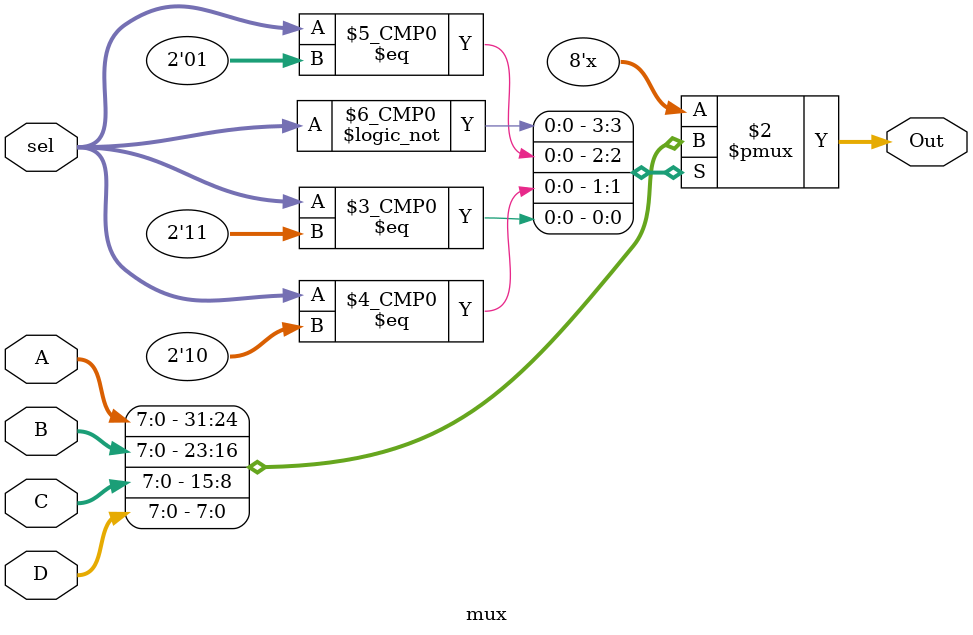
<source format=v>
module mux(
    input [7:0]A, B, C, D,
    input [1:0] sel,
    output reg [7:0]Out
    
    );
    
    always @(*) begin 
        case(sel)
            2'b00: Out <= A; 
            2'b01: Out <= B;
            2'b10: Out <= C;
            2'b11: Out <= D;
        endcase
    end

endmodule
</source>
